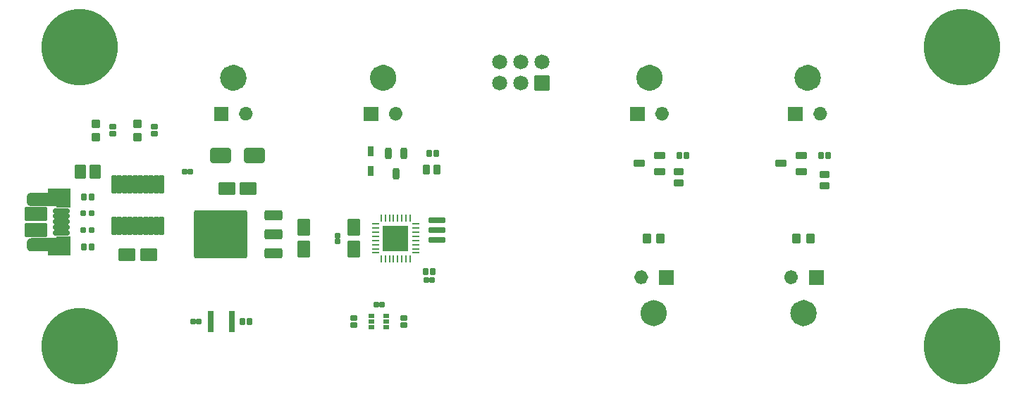
<source format=gbr>
%TF.GenerationSoftware,KiCad,Pcbnew,8.0.4*%
%TF.CreationDate,2024-11-13T20:23:26-08:00*%
%TF.ProjectId,Butterfly_v0,42757474-6572-4666-9c79-5f76302e6b69,rev?*%
%TF.SameCoordinates,Original*%
%TF.FileFunction,Soldermask,Top*%
%TF.FilePolarity,Negative*%
%FSLAX46Y46*%
G04 Gerber Fmt 4.6, Leading zero omitted, Abs format (unit mm)*
G04 Created by KiCad (PCBNEW 8.0.4) date 2024-11-13 20:23:26*
%MOMM*%
%LPD*%
G01*
G04 APERTURE LIST*
G04 Aperture macros list*
%AMRoundRect*
0 Rectangle with rounded corners*
0 $1 Rounding radius*
0 $2 $3 $4 $5 $6 $7 $8 $9 X,Y pos of 4 corners*
0 Add a 4 corners polygon primitive as box body*
4,1,4,$2,$3,$4,$5,$6,$7,$8,$9,$2,$3,0*
0 Add four circle primitives for the rounded corners*
1,1,$1+$1,$2,$3*
1,1,$1+$1,$4,$5*
1,1,$1+$1,$6,$7*
1,1,$1+$1,$8,$9*
0 Add four rect primitives between the rounded corners*
20,1,$1+$1,$2,$3,$4,$5,0*
20,1,$1+$1,$4,$5,$6,$7,0*
20,1,$1+$1,$6,$7,$8,$9,0*
20,1,$1+$1,$8,$9,$2,$3,0*%
G04 Aperture macros list end*
%ADD10C,0.010000*%
%ADD11C,0.836200*%
%ADD12C,1.576200*%
%ADD13RoundRect,0.102000X-0.237500X-0.250000X0.237500X-0.250000X0.237500X0.250000X-0.237500X0.250000X0*%
%ADD14RoundRect,0.190500X-0.816500X-0.571500X0.816500X-0.571500X0.816500X0.571500X-0.816500X0.571500X0*%
%ADD15C,3.000000*%
%ADD16RoundRect,0.102000X0.400000X-0.400000X0.400000X0.400000X-0.400000X0.400000X-0.400000X-0.400000X0*%
%ADD17RoundRect,0.102000X-0.381000X-0.469900X0.381000X-0.469900X0.381000X0.469900X-0.381000X0.469900X0*%
%ADD18RoundRect,0.102000X-0.275000X-0.150000X0.275000X-0.150000X0.275000X0.150000X-0.275000X0.150000X0*%
%ADD19RoundRect,0.102000X0.270000X0.300000X-0.270000X0.300000X-0.270000X-0.300000X0.270000X-0.300000X0*%
%ADD20RoundRect,0.102000X-1.250000X0.712500X-1.250000X-0.712500X1.250000X-0.712500X1.250000X0.712500X0*%
%ADD21O,2.604000X1.404000*%
%ADD22RoundRect,0.102000X-0.875000X0.200000X-0.875000X-0.200000X0.875000X-0.200000X0.875000X0.200000X0*%
%ADD23RoundRect,0.198500X-0.198500X0.508500X-0.198500X-0.508500X0.198500X-0.508500X0.198500X0.508500X0*%
%ADD24R,3.100000X3.100000*%
%ADD25RoundRect,0.062500X0.062500X0.375000X-0.062500X0.375000X-0.062500X-0.375000X0.062500X-0.375000X0*%
%ADD26RoundRect,0.062500X0.375000X0.062500X-0.375000X0.062500X-0.375000X-0.062500X0.375000X-0.062500X0*%
%ADD27RoundRect,0.102000X-0.300000X0.270000X-0.300000X-0.270000X0.300000X-0.270000X0.300000X0.270000X0*%
%ADD28RoundRect,0.102000X-0.450000X0.350000X-0.450000X-0.350000X0.450000X-0.350000X0.450000X0.350000X0*%
%ADD29RoundRect,0.190500X-0.571500X0.816500X-0.571500X-0.816500X0.571500X-0.816500X0.571500X0.816500X0*%
%ADD30RoundRect,0.102000X0.210000X-0.230000X0.210000X0.230000X-0.210000X0.230000X-0.210000X-0.230000X0*%
%ADD31RoundRect,0.198500X0.508500X0.198500X-0.508500X0.198500X-0.508500X-0.198500X0.508500X-0.198500X0*%
%ADD32RoundRect,0.102000X-0.230000X-0.210000X0.230000X-0.210000X0.230000X0.210000X-0.230000X0.210000X0*%
%ADD33RoundRect,0.250000X-1.000000X-0.650000X1.000000X-0.650000X1.000000X0.650000X-1.000000X0.650000X0*%
%ADD34RoundRect,0.102000X-0.270000X-0.300000X0.270000X-0.300000X0.270000X0.300000X-0.270000X0.300000X0*%
%ADD35RoundRect,0.102000X0.395000X0.465000X-0.395000X0.465000X-0.395000X-0.465000X0.395000X-0.465000X0*%
%ADD36C,9.200000*%
%ADD37RoundRect,0.102000X-0.250000X0.525000X-0.250000X-0.525000X0.250000X-0.525000X0.250000X0.525000X0*%
%ADD38RoundRect,0.030700X-0.276300X1.056300X-0.276300X-1.056300X0.276300X-1.056300X0.276300X1.056300X0*%
%ADD39RoundRect,0.102000X-0.950000X0.200000X-0.950000X-0.200000X0.950000X-0.200000X0.950000X0.200000X0*%
%ADD40RoundRect,0.102000X-0.570000X-0.735000X0.570000X-0.735000X0.570000X0.735000X-0.570000X0.735000X0*%
%ADD41RoundRect,0.250000X0.850000X0.350000X-0.850000X0.350000X-0.850000X-0.350000X0.850000X-0.350000X0*%
%ADD42RoundRect,0.249997X2.950003X2.650003X-2.950003X2.650003X-2.950003X-2.650003X2.950003X-2.650003X0*%
%ADD43RoundRect,0.102000X0.230000X0.210000X-0.230000X0.210000X-0.230000X-0.210000X0.230000X-0.210000X0*%
%ADD44RoundRect,0.102000X-0.350000X-0.450000X0.350000X-0.450000X0.350000X0.450000X-0.350000X0.450000X0*%
%ADD45RoundRect,0.102000X-0.802500X-0.802500X0.802500X-0.802500X0.802500X0.802500X-0.802500X0.802500X0*%
%ADD46C,1.809000*%
G04 APERTURE END LIST*
D10*
%TO.C,J6*%
X146336200Y-85516200D02*
X144663800Y-85516200D01*
X144663800Y-83843800D01*
X146336200Y-83843800D01*
X146336200Y-85516200D01*
G36*
X146336200Y-85516200D02*
G01*
X144663800Y-85516200D01*
X144663800Y-83843800D01*
X146336200Y-83843800D01*
X146336200Y-85516200D01*
G37*
D11*
X142918100Y-84680000D02*
G75*
G02*
X142081900Y-84680000I-418100J0D01*
G01*
X142081900Y-84680000D02*
G75*
G02*
X142918100Y-84680000I418100J0D01*
G01*
D12*
X144788100Y-89000000D02*
G75*
G02*
X143211900Y-89000000I-788100J0D01*
G01*
X143211900Y-89000000D02*
G75*
G02*
X144788100Y-89000000I788100J0D01*
G01*
%TO.C,J4*%
X126288100Y-60680000D02*
G75*
G02*
X124711900Y-60680000I-788100J0D01*
G01*
X124711900Y-60680000D02*
G75*
G02*
X126288100Y-60680000I788100J0D01*
G01*
D11*
X127418100Y-65000000D02*
G75*
G02*
X126581900Y-65000000I-418100J0D01*
G01*
X126581900Y-65000000D02*
G75*
G02*
X127418100Y-65000000I418100J0D01*
G01*
D10*
X124836200Y-65836200D02*
X123163800Y-65836200D01*
X123163800Y-64163800D01*
X124836200Y-64163800D01*
X124836200Y-65836200D01*
G36*
X124836200Y-65836200D02*
G01*
X123163800Y-65836200D01*
X123163800Y-64163800D01*
X124836200Y-64163800D01*
X124836200Y-65836200D01*
G37*
%TO.C,J2*%
X54150000Y-82000000D02*
X53250000Y-82000000D01*
X53250000Y-81475000D01*
X51200000Y-81475000D01*
X51174000Y-81474000D01*
X51148000Y-81472000D01*
X51122000Y-81469000D01*
X51096000Y-81464000D01*
X51071000Y-81458000D01*
X51045000Y-81451000D01*
X51021000Y-81442000D01*
X50997000Y-81432000D01*
X50973000Y-81421000D01*
X50950000Y-81408000D01*
X50928000Y-81394000D01*
X50906000Y-81380000D01*
X50885000Y-81364000D01*
X50865000Y-81347000D01*
X50846000Y-81329000D01*
X50828000Y-81310000D01*
X50811000Y-81290000D01*
X50795000Y-81269000D01*
X50781000Y-81247000D01*
X50767000Y-81225000D01*
X50754000Y-81202000D01*
X50743000Y-81178000D01*
X50733000Y-81154000D01*
X50724000Y-81130000D01*
X50717000Y-81104000D01*
X50711000Y-81079000D01*
X50706000Y-81053000D01*
X50703000Y-81027000D01*
X50701000Y-81001000D01*
X50700000Y-80975000D01*
X50700000Y-80475000D01*
X50701000Y-80449000D01*
X50703000Y-80423000D01*
X50706000Y-80397000D01*
X50711000Y-80371000D01*
X50717000Y-80346000D01*
X50724000Y-80320000D01*
X50733000Y-80296000D01*
X50743000Y-80272000D01*
X50754000Y-80248000D01*
X50767000Y-80225000D01*
X50781000Y-80203000D01*
X50795000Y-80181000D01*
X50811000Y-80160000D01*
X50828000Y-80140000D01*
X50846000Y-80121000D01*
X50865000Y-80103000D01*
X50885000Y-80086000D01*
X50906000Y-80070000D01*
X50928000Y-80056000D01*
X50950000Y-80042000D01*
X50973000Y-80029000D01*
X50997000Y-80018000D01*
X51021000Y-80008000D01*
X51045000Y-79999000D01*
X51071000Y-79992000D01*
X51096000Y-79986000D01*
X51122000Y-79981000D01*
X51148000Y-79978000D01*
X51174000Y-79976000D01*
X51200000Y-79975000D01*
X54150000Y-79975000D01*
X54150000Y-82000000D01*
G36*
X54150000Y-82000000D02*
G01*
X53250000Y-82000000D01*
X53250000Y-81475000D01*
X51200000Y-81475000D01*
X51174000Y-81474000D01*
X51148000Y-81472000D01*
X51122000Y-81469000D01*
X51096000Y-81464000D01*
X51071000Y-81458000D01*
X51045000Y-81451000D01*
X51021000Y-81442000D01*
X50997000Y-81432000D01*
X50973000Y-81421000D01*
X50950000Y-81408000D01*
X50928000Y-81394000D01*
X50906000Y-81380000D01*
X50885000Y-81364000D01*
X50865000Y-81347000D01*
X50846000Y-81329000D01*
X50828000Y-81310000D01*
X50811000Y-81290000D01*
X50795000Y-81269000D01*
X50781000Y-81247000D01*
X50767000Y-81225000D01*
X50754000Y-81202000D01*
X50743000Y-81178000D01*
X50733000Y-81154000D01*
X50724000Y-81130000D01*
X50717000Y-81104000D01*
X50711000Y-81079000D01*
X50706000Y-81053000D01*
X50703000Y-81027000D01*
X50701000Y-81001000D01*
X50700000Y-80975000D01*
X50700000Y-80475000D01*
X50701000Y-80449000D01*
X50703000Y-80423000D01*
X50706000Y-80397000D01*
X50711000Y-80371000D01*
X50717000Y-80346000D01*
X50724000Y-80320000D01*
X50733000Y-80296000D01*
X50743000Y-80272000D01*
X50754000Y-80248000D01*
X50767000Y-80225000D01*
X50781000Y-80203000D01*
X50795000Y-80181000D01*
X50811000Y-80160000D01*
X50828000Y-80140000D01*
X50846000Y-80121000D01*
X50865000Y-80103000D01*
X50885000Y-80086000D01*
X50906000Y-80070000D01*
X50928000Y-80056000D01*
X50950000Y-80042000D01*
X50973000Y-80029000D01*
X50997000Y-80018000D01*
X51021000Y-80008000D01*
X51045000Y-79999000D01*
X51071000Y-79992000D01*
X51096000Y-79986000D01*
X51122000Y-79981000D01*
X51148000Y-79978000D01*
X51174000Y-79976000D01*
X51200000Y-79975000D01*
X54150000Y-79975000D01*
X54150000Y-82000000D01*
G37*
X54150000Y-76025000D02*
X51200000Y-76025000D01*
X51174000Y-76024000D01*
X51148000Y-76022000D01*
X51122000Y-76019000D01*
X51096000Y-76014000D01*
X51071000Y-76008000D01*
X51045000Y-76001000D01*
X51021000Y-75992000D01*
X50997000Y-75982000D01*
X50973000Y-75971000D01*
X50950000Y-75958000D01*
X50928000Y-75944000D01*
X50906000Y-75930000D01*
X50885000Y-75914000D01*
X50865000Y-75897000D01*
X50846000Y-75879000D01*
X50828000Y-75860000D01*
X50811000Y-75840000D01*
X50795000Y-75819000D01*
X50781000Y-75797000D01*
X50767000Y-75775000D01*
X50754000Y-75752000D01*
X50743000Y-75728000D01*
X50733000Y-75704000D01*
X50724000Y-75680000D01*
X50717000Y-75654000D01*
X50711000Y-75629000D01*
X50706000Y-75603000D01*
X50703000Y-75577000D01*
X50701000Y-75551000D01*
X50700000Y-75525000D01*
X50700000Y-75025000D01*
X50701000Y-74999000D01*
X50703000Y-74973000D01*
X50706000Y-74947000D01*
X50711000Y-74921000D01*
X50717000Y-74896000D01*
X50724000Y-74870000D01*
X50733000Y-74846000D01*
X50743000Y-74822000D01*
X50754000Y-74798000D01*
X50767000Y-74775000D01*
X50781000Y-74753000D01*
X50795000Y-74731000D01*
X50811000Y-74710000D01*
X50828000Y-74690000D01*
X50846000Y-74671000D01*
X50865000Y-74653000D01*
X50885000Y-74636000D01*
X50906000Y-74620000D01*
X50928000Y-74606000D01*
X50950000Y-74592000D01*
X50973000Y-74579000D01*
X50997000Y-74568000D01*
X51021000Y-74558000D01*
X51045000Y-74549000D01*
X51071000Y-74542000D01*
X51096000Y-74536000D01*
X51122000Y-74531000D01*
X51148000Y-74528000D01*
X51174000Y-74526000D01*
X51200000Y-74525000D01*
X53250000Y-74525000D01*
X53250000Y-74000000D01*
X54150000Y-74000000D01*
X54150000Y-76025000D01*
G36*
X54150000Y-76025000D02*
G01*
X51200000Y-76025000D01*
X51174000Y-76024000D01*
X51148000Y-76022000D01*
X51122000Y-76019000D01*
X51096000Y-76014000D01*
X51071000Y-76008000D01*
X51045000Y-76001000D01*
X51021000Y-75992000D01*
X50997000Y-75982000D01*
X50973000Y-75971000D01*
X50950000Y-75958000D01*
X50928000Y-75944000D01*
X50906000Y-75930000D01*
X50885000Y-75914000D01*
X50865000Y-75897000D01*
X50846000Y-75879000D01*
X50828000Y-75860000D01*
X50811000Y-75840000D01*
X50795000Y-75819000D01*
X50781000Y-75797000D01*
X50767000Y-75775000D01*
X50754000Y-75752000D01*
X50743000Y-75728000D01*
X50733000Y-75704000D01*
X50724000Y-75680000D01*
X50717000Y-75654000D01*
X50711000Y-75629000D01*
X50706000Y-75603000D01*
X50703000Y-75577000D01*
X50701000Y-75551000D01*
X50700000Y-75525000D01*
X50700000Y-75025000D01*
X50701000Y-74999000D01*
X50703000Y-74973000D01*
X50706000Y-74947000D01*
X50711000Y-74921000D01*
X50717000Y-74896000D01*
X50724000Y-74870000D01*
X50733000Y-74846000D01*
X50743000Y-74822000D01*
X50754000Y-74798000D01*
X50767000Y-74775000D01*
X50781000Y-74753000D01*
X50795000Y-74731000D01*
X50811000Y-74710000D01*
X50828000Y-74690000D01*
X50846000Y-74671000D01*
X50865000Y-74653000D01*
X50885000Y-74636000D01*
X50906000Y-74620000D01*
X50928000Y-74606000D01*
X50950000Y-74592000D01*
X50973000Y-74579000D01*
X50997000Y-74568000D01*
X51021000Y-74558000D01*
X51045000Y-74549000D01*
X51071000Y-74542000D01*
X51096000Y-74536000D01*
X51122000Y-74531000D01*
X51148000Y-74528000D01*
X51174000Y-74526000D01*
X51200000Y-74525000D01*
X53250000Y-74525000D01*
X53250000Y-74000000D01*
X54150000Y-74000000D01*
X54150000Y-76025000D01*
G37*
X55860000Y-82000000D02*
X54200000Y-82000000D01*
X54200000Y-79800000D01*
X55860000Y-79800000D01*
X55860000Y-82000000D01*
G36*
X55860000Y-82000000D02*
G01*
X54200000Y-82000000D01*
X54200000Y-79800000D01*
X55860000Y-79800000D01*
X55860000Y-82000000D01*
G37*
X55860000Y-76200000D02*
X54200000Y-76200000D01*
X54200000Y-74000000D01*
X55860000Y-74000000D01*
X55860000Y-76200000D01*
G36*
X55860000Y-76200000D02*
G01*
X54200000Y-76200000D01*
X54200000Y-74000000D01*
X55860000Y-74000000D01*
X55860000Y-76200000D01*
G37*
D12*
%TO.C,J7*%
X126788100Y-89000000D02*
G75*
G02*
X125211900Y-89000000I-788100J0D01*
G01*
X125211900Y-89000000D02*
G75*
G02*
X126788100Y-89000000I788100J0D01*
G01*
D11*
X124918100Y-84680000D02*
G75*
G02*
X124081900Y-84680000I-418100J0D01*
G01*
X124081900Y-84680000D02*
G75*
G02*
X124918100Y-84680000I418100J0D01*
G01*
D10*
X128336200Y-85516200D02*
X126663800Y-85516200D01*
X126663800Y-83843800D01*
X128336200Y-83843800D01*
X128336200Y-85516200D01*
G36*
X128336200Y-85516200D02*
G01*
X126663800Y-85516200D01*
X126663800Y-83843800D01*
X128336200Y-83843800D01*
X128336200Y-85516200D01*
G37*
%TO.C,U3*%
X75550000Y-91225000D02*
X75000000Y-91225000D01*
X75000000Y-90775000D01*
X75550000Y-90775000D01*
X75550000Y-91225000D01*
G36*
X75550000Y-91225000D02*
G01*
X75000000Y-91225000D01*
X75000000Y-90775000D01*
X75550000Y-90775000D01*
X75550000Y-91225000D01*
G37*
X75550000Y-90725000D02*
X75000000Y-90725000D01*
X75000000Y-90275000D01*
X75550000Y-90275000D01*
X75550000Y-90725000D01*
G36*
X75550000Y-90725000D02*
G01*
X75000000Y-90725000D01*
X75000000Y-90275000D01*
X75550000Y-90275000D01*
X75550000Y-90725000D01*
G37*
X75550000Y-90225000D02*
X75000000Y-90225000D01*
X75000000Y-89775000D01*
X75550000Y-89775000D01*
X75550000Y-90225000D01*
G36*
X75550000Y-90225000D02*
G01*
X75000000Y-90225000D01*
X75000000Y-89775000D01*
X75550000Y-89775000D01*
X75550000Y-90225000D01*
G37*
X75550000Y-89725000D02*
X75000000Y-89725000D01*
X75000000Y-89275000D01*
X75550000Y-89275000D01*
X75550000Y-89725000D01*
G36*
X75550000Y-89725000D02*
G01*
X75000000Y-89725000D01*
X75000000Y-89275000D01*
X75550000Y-89275000D01*
X75550000Y-89725000D01*
G37*
X75550000Y-89225000D02*
X75000000Y-89225000D01*
X75000000Y-88775000D01*
X75550000Y-88775000D01*
X75550000Y-89225000D01*
G36*
X75550000Y-89225000D02*
G01*
X75000000Y-89225000D01*
X75000000Y-88775000D01*
X75550000Y-88775000D01*
X75550000Y-89225000D01*
G37*
X73000000Y-91225000D02*
X72450000Y-91225000D01*
X72450000Y-90775000D01*
X73000000Y-90775000D01*
X73000000Y-91225000D01*
G36*
X73000000Y-91225000D02*
G01*
X72450000Y-91225000D01*
X72450000Y-90775000D01*
X73000000Y-90775000D01*
X73000000Y-91225000D01*
G37*
X73000000Y-90725000D02*
X72450000Y-90725000D01*
X72450000Y-90275000D01*
X73000000Y-90275000D01*
X73000000Y-90725000D01*
G36*
X73000000Y-90725000D02*
G01*
X72450000Y-90725000D01*
X72450000Y-90275000D01*
X73000000Y-90275000D01*
X73000000Y-90725000D01*
G37*
X73000000Y-90225000D02*
X72450000Y-90225000D01*
X72450000Y-89775000D01*
X73000000Y-89775000D01*
X73000000Y-90225000D01*
G36*
X73000000Y-90225000D02*
G01*
X72450000Y-90225000D01*
X72450000Y-89775000D01*
X73000000Y-89775000D01*
X73000000Y-90225000D01*
G37*
X73000000Y-89725000D02*
X72450000Y-89725000D01*
X72450000Y-89275000D01*
X73000000Y-89275000D01*
X73000000Y-89725000D01*
G36*
X73000000Y-89725000D02*
G01*
X72450000Y-89725000D01*
X72450000Y-89275000D01*
X73000000Y-89275000D01*
X73000000Y-89725000D01*
G37*
X73000000Y-89225000D02*
X72450000Y-89225000D01*
X72450000Y-88775000D01*
X73000000Y-88775000D01*
X73000000Y-89225000D01*
G36*
X73000000Y-89225000D02*
G01*
X72450000Y-89225000D01*
X72450000Y-88775000D01*
X73000000Y-88775000D01*
X73000000Y-89225000D01*
G37*
D12*
%TO.C,J3*%
X94288100Y-60680000D02*
G75*
G02*
X92711900Y-60680000I-788100J0D01*
G01*
X92711900Y-60680000D02*
G75*
G02*
X94288100Y-60680000I788100J0D01*
G01*
D11*
X95418100Y-65000000D02*
G75*
G02*
X94581900Y-65000000I-418100J0D01*
G01*
X94581900Y-65000000D02*
G75*
G02*
X95418100Y-65000000I418100J0D01*
G01*
D10*
X92836200Y-65836200D02*
X91163800Y-65836200D01*
X91163800Y-64163800D01*
X92836200Y-64163800D01*
X92836200Y-65836200D01*
G36*
X92836200Y-65836200D02*
G01*
X91163800Y-65836200D01*
X91163800Y-64163800D01*
X92836200Y-64163800D01*
X92836200Y-65836200D01*
G37*
%TO.C,J5*%
X143836200Y-65836200D02*
X142163800Y-65836200D01*
X142163800Y-64163800D01*
X143836200Y-64163800D01*
X143836200Y-65836200D01*
G36*
X143836200Y-65836200D02*
G01*
X142163800Y-65836200D01*
X142163800Y-64163800D01*
X143836200Y-64163800D01*
X143836200Y-65836200D01*
G37*
D11*
X146418100Y-65000000D02*
G75*
G02*
X145581900Y-65000000I-418100J0D01*
G01*
X145581900Y-65000000D02*
G75*
G02*
X146418100Y-65000000I418100J0D01*
G01*
D12*
X145288100Y-60680000D02*
G75*
G02*
X143711900Y-60680000I-788100J0D01*
G01*
X143711900Y-60680000D02*
G75*
G02*
X145288100Y-60680000I788100J0D01*
G01*
D10*
%TO.C,J1*%
X74836200Y-65836200D02*
X73163800Y-65836200D01*
X73163800Y-64163800D01*
X74836200Y-64163800D01*
X74836200Y-65836200D01*
G36*
X74836200Y-65836200D02*
G01*
X73163800Y-65836200D01*
X73163800Y-64163800D01*
X74836200Y-64163800D01*
X74836200Y-65836200D01*
G37*
D11*
X77418100Y-65000000D02*
G75*
G02*
X76581900Y-65000000I-418100J0D01*
G01*
X76581900Y-65000000D02*
G75*
G02*
X77418100Y-65000000I418100J0D01*
G01*
D12*
X76288100Y-60680000D02*
G75*
G02*
X74711900Y-60680000I-788100J0D01*
G01*
X74711900Y-60680000D02*
G75*
G02*
X76288100Y-60680000I788100J0D01*
G01*
%TD*%
D13*
%TO.C,R17*%
X58512000Y-77000000D03*
X57488000Y-77000000D03*
%TD*%
%TO.C,R18*%
X58512000Y-79000000D03*
X57488000Y-79000000D03*
%TD*%
D14*
%TO.C,C1*%
X74700000Y-74000000D03*
X77300000Y-74000000D03*
%TD*%
D15*
%TO.C,J6*%
X144000000Y-89000000D03*
%TD*%
%TO.C,J4*%
X125500000Y-60680000D03*
%TD*%
D16*
%TO.C,D4*%
X64000000Y-67800000D03*
X64000000Y-66200000D03*
%TD*%
D17*
%TO.C,R15*%
X125161800Y-80000000D03*
X126838200Y-80000000D03*
%TD*%
D16*
%TO.C,D3*%
X59000000Y-67800000D03*
X59000000Y-66200000D03*
%TD*%
D18*
%TO.C,U2*%
X93875000Y-89350000D03*
X93875000Y-90000000D03*
X93875000Y-90650000D03*
X92125000Y-90650000D03*
X92125000Y-90000000D03*
X92125000Y-89350000D03*
%TD*%
D19*
%TO.C,C8*%
X57568000Y-75000000D03*
X58432000Y-75000000D03*
%TD*%
D20*
%TO.C,J2*%
X51750000Y-78962500D03*
X51750000Y-77037500D03*
D21*
X52000000Y-80725000D03*
X52000000Y-75275000D03*
D22*
X54825000Y-79300000D03*
X54825000Y-78650000D03*
X54825000Y-78000000D03*
X54825000Y-77350000D03*
X54825000Y-76700000D03*
%TD*%
D23*
%TO.C,Q1*%
X95050000Y-72255000D03*
X94100000Y-69745000D03*
X96000000Y-69745000D03*
%TD*%
D24*
%TO.C,U1*%
X95000000Y-80000000D03*
D25*
X96750000Y-82437500D03*
X96250000Y-82437500D03*
X95750000Y-82437500D03*
X95250000Y-82437500D03*
X94750000Y-82437500D03*
X94250000Y-82437500D03*
X93750000Y-82437500D03*
X93250000Y-82437500D03*
D26*
X92562500Y-81750000D03*
X92562500Y-81250000D03*
X92562500Y-80750000D03*
X92562500Y-80250000D03*
X92562500Y-79750000D03*
X92562500Y-79250000D03*
X92562500Y-78750000D03*
X92562500Y-78250000D03*
D25*
X93250000Y-77562500D03*
X93750000Y-77562500D03*
X94250000Y-77562500D03*
X94750000Y-77562500D03*
X95250000Y-77562500D03*
X95750000Y-77562500D03*
X96250000Y-77562500D03*
X96750000Y-77562500D03*
D26*
X97437500Y-78250000D03*
X97437500Y-78750000D03*
X97437500Y-79250000D03*
X97437500Y-79750000D03*
X97437500Y-80250000D03*
X97437500Y-80750000D03*
X97437500Y-81250000D03*
X97437500Y-81750000D03*
%TD*%
D27*
%TO.C,R6*%
X66000000Y-66568000D03*
X66000000Y-67432000D03*
%TD*%
D15*
%TO.C,J7*%
X126000000Y-89000000D03*
%TD*%
D28*
%TO.C,R9*%
X146500000Y-72350000D03*
X146500000Y-73650000D03*
%TD*%
D29*
%TO.C,C10*%
X90000000Y-78700000D03*
X90000000Y-81300000D03*
%TD*%
D15*
%TO.C,J3*%
X93500000Y-60680000D03*
%TD*%
D14*
%TO.C,C7*%
X62700000Y-82000000D03*
X65300000Y-82000000D03*
%TD*%
D30*
%TO.C,C3*%
X88000000Y-80330000D03*
X88000000Y-79670000D03*
%TD*%
D31*
%TO.C,Q2*%
X124245000Y-71000000D03*
X126755000Y-70050000D03*
X126755000Y-71950000D03*
%TD*%
D32*
%TO.C,C5*%
X92670000Y-88000000D03*
X93330000Y-88000000D03*
%TD*%
%TO.C,C11*%
X69670000Y-72000000D03*
X70330000Y-72000000D03*
%TD*%
D33*
%TO.C,D1*%
X74000000Y-70000000D03*
X78000000Y-70000000D03*
%TD*%
D34*
%TO.C,R8*%
X129932000Y-70000000D03*
X129068000Y-70000000D03*
%TD*%
D35*
%TO.C,R14*%
X144820000Y-80000000D03*
X143180000Y-80000000D03*
%TD*%
D36*
%TO.C,H3*%
X163000000Y-93000000D03*
%TD*%
D27*
%TO.C,R16*%
X61000000Y-66568000D03*
X61000000Y-67432000D03*
%TD*%
D31*
%TO.C,Q3*%
X143755000Y-71950000D03*
X143755000Y-70050000D03*
X141245000Y-71000000D03*
%TD*%
D15*
%TO.C,J5*%
X144500000Y-60680000D03*
%TD*%
D36*
%TO.C,H2*%
X57000000Y-93000000D03*
%TD*%
D37*
%TO.C,D2*%
X92000000Y-71930000D03*
X92000000Y-69560000D03*
%TD*%
D34*
%TO.C,R5*%
X99000000Y-69745000D03*
X99864000Y-69745000D03*
%TD*%
D19*
%TO.C,R1*%
X99432000Y-84000000D03*
X98568000Y-84000000D03*
%TD*%
D29*
%TO.C,C2*%
X84000000Y-78700000D03*
X84000000Y-81300000D03*
%TD*%
D19*
%TO.C,R11*%
X77432000Y-90000000D03*
X76568000Y-90000000D03*
%TD*%
D38*
%TO.C,U6*%
X66857500Y-73525000D03*
X66222500Y-73525000D03*
X65587500Y-73525000D03*
X64952500Y-73525000D03*
X64317500Y-73525000D03*
X63682500Y-73525000D03*
X63047500Y-73525000D03*
X62412500Y-73525000D03*
X61777500Y-73525000D03*
X61142500Y-73525000D03*
X61142500Y-78475000D03*
X61777500Y-78475000D03*
X62412500Y-78475000D03*
X63047500Y-78475000D03*
X63682500Y-78475000D03*
X64317500Y-78475000D03*
X64952500Y-78475000D03*
X65587500Y-78475000D03*
X66222500Y-78475000D03*
X66857500Y-78475000D03*
%TD*%
D19*
%TO.C,C9*%
X58432000Y-81000000D03*
X57568000Y-81000000D03*
%TD*%
D15*
%TO.C,J1*%
X75500000Y-60680000D03*
%TD*%
D39*
%TO.C,Y1*%
X100000000Y-77800000D03*
X100000000Y-79000000D03*
X100000000Y-80200000D03*
%TD*%
D40*
%TO.C,FL1*%
X57110000Y-72000000D03*
X58890000Y-72000000D03*
%TD*%
D28*
%TO.C,R7*%
X129000000Y-72000000D03*
X129000000Y-73300000D03*
%TD*%
D27*
%TO.C,R2*%
X90000000Y-89568000D03*
X90000000Y-90432000D03*
%TD*%
D41*
%TO.C,U5*%
X80300000Y-81805000D03*
X80300000Y-79525000D03*
D42*
X74000000Y-79525000D03*
D41*
X80300000Y-77245000D03*
%TD*%
D43*
%TO.C,C4*%
X99330000Y-85000000D03*
X98670000Y-85000000D03*
%TD*%
D36*
%TO.C,H4*%
X163000000Y-57000000D03*
%TD*%
%TO.C,H1*%
X57000000Y-57000000D03*
%TD*%
D27*
%TO.C,R3*%
X96000000Y-89568000D03*
X96000000Y-90432000D03*
%TD*%
D19*
%TO.C,R10*%
X146932000Y-70000000D03*
X146068000Y-70000000D03*
%TD*%
D32*
%TO.C,C6*%
X70670000Y-90000000D03*
X71330000Y-90000000D03*
%TD*%
D44*
%TO.C,R4*%
X98700000Y-71745000D03*
X100000000Y-71745000D03*
%TD*%
D45*
%TO.C,J8*%
X112540000Y-61270000D03*
D46*
X112540000Y-58730000D03*
X110000000Y-61270000D03*
X110000000Y-58730000D03*
X107460000Y-61270000D03*
X107460000Y-58730000D03*
%TD*%
M02*

</source>
